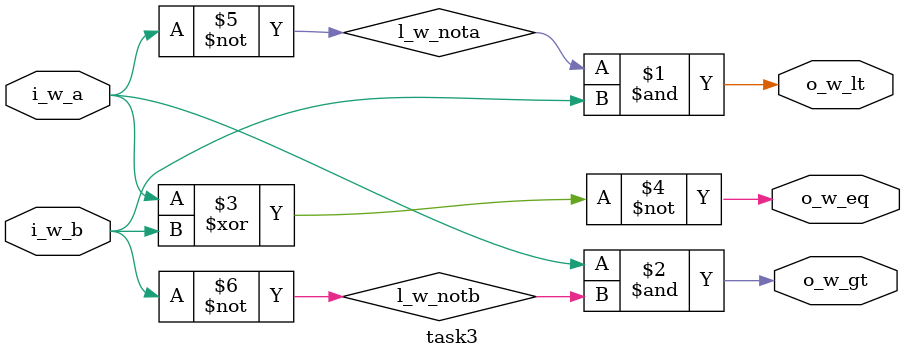
<source format=v>
module task3(
    output wire o_w_lt,
    output wire o_w_gt,
    output wire o_w_eq,
    input wire i_w_a,
    input wire i_w_b
);

    //TODO 4.1: Implement
    wire l_w_nota, l_w_notb;
    not (l_w_nota, i_w_a);
	not (l_w_notb, i_w_b);
	and (o_w_lt, l_w_nota, i_w_b);
	and (o_w_gt, i_w_a, l_w_notb);
	xnor (o_w_eq, i_w_a, i_w_b);

endmodule
</source>
